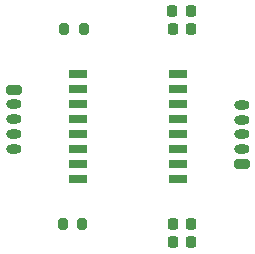
<source format=gbr>
%TF.GenerationSoftware,KiCad,Pcbnew,7.0.6*%
%TF.CreationDate,2024-02-28T21:28:33-05:00*%
%TF.ProjectId,Magnetic,4d61676e-6574-4696-932e-6b696361645f,rev?*%
%TF.SameCoordinates,Original*%
%TF.FileFunction,Soldermask,Top*%
%TF.FilePolarity,Negative*%
%FSLAX46Y46*%
G04 Gerber Fmt 4.6, Leading zero omitted, Abs format (unit mm)*
G04 Created by KiCad (PCBNEW 7.0.6) date 2024-02-28 21:28:33*
%MOMM*%
%LPD*%
G01*
G04 APERTURE LIST*
G04 Aperture macros list*
%AMRoundRect*
0 Rectangle with rounded corners*
0 $1 Rounding radius*
0 $2 $3 $4 $5 $6 $7 $8 $9 X,Y pos of 4 corners*
0 Add a 4 corners polygon primitive as box body*
4,1,4,$2,$3,$4,$5,$6,$7,$8,$9,$2,$3,0*
0 Add four circle primitives for the rounded corners*
1,1,$1+$1,$2,$3*
1,1,$1+$1,$4,$5*
1,1,$1+$1,$6,$7*
1,1,$1+$1,$8,$9*
0 Add four rect primitives between the rounded corners*
20,1,$1+$1,$2,$3,$4,$5,0*
20,1,$1+$1,$4,$5,$6,$7,0*
20,1,$1+$1,$6,$7,$8,$9,0*
20,1,$1+$1,$8,$9,$2,$3,0*%
G04 Aperture macros list end*
%ADD10RoundRect,0.200000X0.450000X-0.200000X0.450000X0.200000X-0.450000X0.200000X-0.450000X-0.200000X0*%
%ADD11O,1.300000X0.800000*%
%ADD12RoundRect,0.200000X-0.450000X0.200000X-0.450000X-0.200000X0.450000X-0.200000X0.450000X0.200000X0*%
%ADD13RoundRect,0.225000X-0.225000X-0.250000X0.225000X-0.250000X0.225000X0.250000X-0.225000X0.250000X0*%
%ADD14R,1.650000X0.760000*%
%ADD15RoundRect,0.200000X0.200000X0.275000X-0.200000X0.275000X-0.200000X-0.275000X0.200000X-0.275000X0*%
G04 APERTURE END LIST*
D10*
%TO.C,J3*%
X130048000Y-54824000D03*
D11*
X130048000Y-53574000D03*
X130048000Y-52324000D03*
X130048000Y-51074000D03*
X130048000Y-49824000D03*
%TD*%
D12*
%TO.C,J1*%
X110744000Y-48534000D03*
D11*
X110744000Y-49784000D03*
X110744000Y-51034000D03*
X110744000Y-52284000D03*
X110744000Y-53534000D03*
%TD*%
D13*
%TO.C,C1*%
X124180000Y-41910000D03*
X125730000Y-41910000D03*
%TD*%
%TO.C,C3*%
X124193000Y-59944000D03*
X125743000Y-59944000D03*
%TD*%
%TO.C,C2*%
X124193000Y-43434000D03*
X125743000Y-43434000D03*
%TD*%
D14*
%TO.C,T1*%
X124651000Y-56134000D03*
X124651000Y-54864000D03*
X124651000Y-53594000D03*
X124651000Y-52324000D03*
X124651000Y-51054000D03*
X124651000Y-49784000D03*
X124651000Y-48514000D03*
X124651000Y-47244000D03*
X116141000Y-47244000D03*
X116141000Y-48514000D03*
X116141000Y-49784000D03*
X116141000Y-51054000D03*
X116141000Y-52324000D03*
X116141000Y-53594000D03*
X116141000Y-54864000D03*
X116141000Y-56134000D03*
%TD*%
D13*
%TO.C,C4*%
X124193000Y-61468000D03*
X125743000Y-61468000D03*
%TD*%
D15*
%TO.C,R2*%
X116649000Y-43434000D03*
X114999000Y-43434000D03*
%TD*%
%TO.C,R1*%
X116522000Y-59944000D03*
X114872000Y-59944000D03*
%TD*%
M02*

</source>
